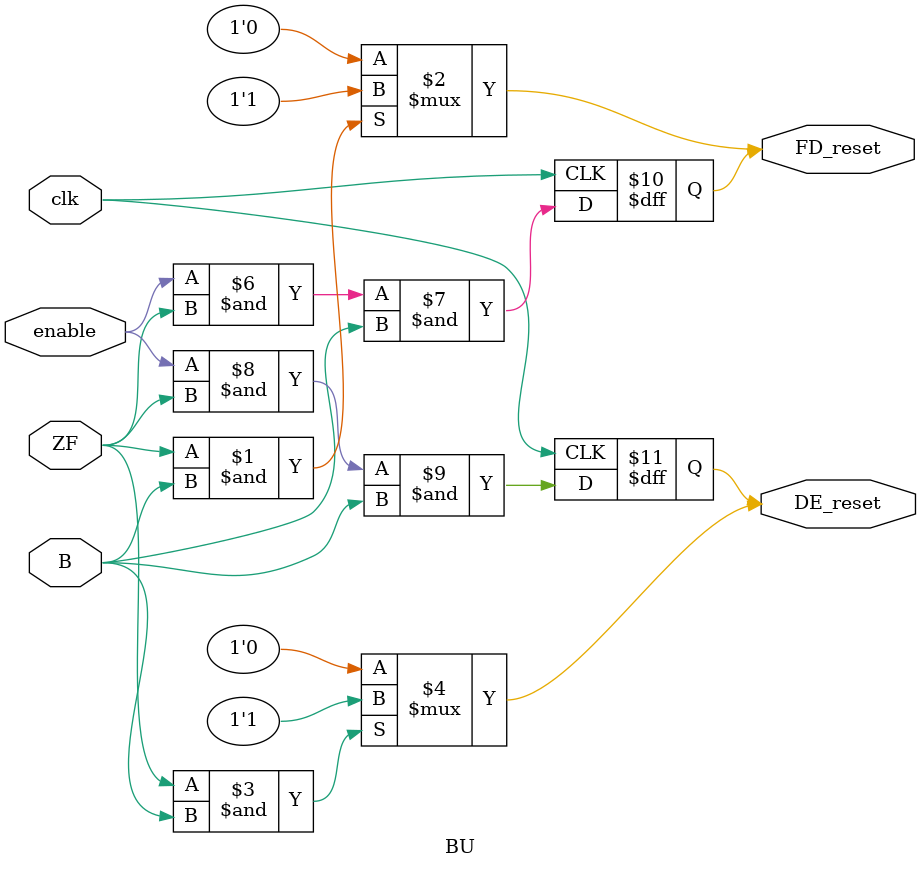
<source format=v>
module BU(ZF, B, FD_reset, DE_reset, enable, clk);

input ZF, B;
output reg FD_reset, DE_reset;

input enable, clk;

assign FD_reset = (ZF & B)? 1'b1 : 1'b0;
assign DE_reset = (ZF & B)? 1'b1 : 1'b0;

always @(posedge clk) 
    begin
        FD_reset <= (enable & ZF & B);
        DE_reset <= (enable & ZF & B);
    end
endmodule
</source>
